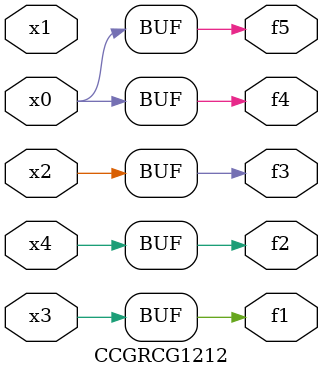
<source format=v>
module CCGRCG1212(
	input x0, x1, x2, x3, x4,
	output f1, f2, f3, f4, f5
);
	assign f1 = x3;
	assign f2 = x4;
	assign f3 = x2;
	assign f4 = x0;
	assign f5 = x0;
endmodule

</source>
